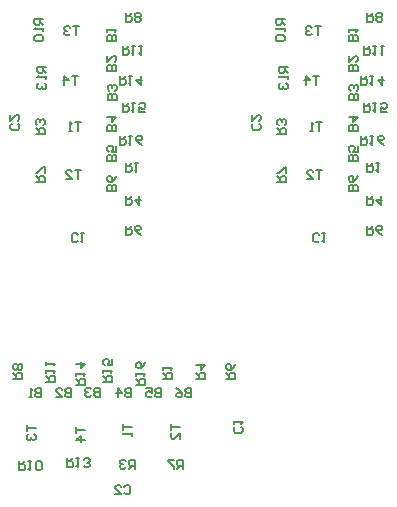
<source format=gbo>
%FSLAX24Y24*%
%MOIN*%
G70*
G01*
G75*
G04 Layer_Color=32896*
%ADD10R,0.0748X0.0591*%
%ADD11R,0.0551X0.0591*%
%ADD12R,0.1000X0.0260*%
%ADD13C,0.0120*%
%ADD14C,0.0250*%
%ADD15C,0.0200*%
%ADD16R,0.0591X0.0748*%
%ADD17R,0.0591X0.0551*%
%ADD18R,0.0260X0.1000*%
%ADD19R,0.0591X0.0591*%
%ADD20C,0.0394*%
%ADD21R,0.0394X0.0394*%
%ADD22C,0.0591*%
%ADD23R,0.0591X0.0591*%
%ADD24C,0.0500*%
%ADD25R,0.0394X0.0394*%
%ADD26R,0.0315X0.0512*%
%ADD27R,0.0320X0.0500*%
%ADD28R,0.0591X0.0630*%
%ADD29R,0.0630X0.0591*%
%ADD30R,0.0512X0.0315*%
%ADD31R,0.0500X0.0320*%
%ADD32R,0.0630X0.0591*%
%ADD33C,0.0079*%
%ADD34C,0.0050*%
%ADD35R,0.0828X0.0671*%
%ADD36R,0.0631X0.0671*%
%ADD37R,0.1080X0.0340*%
%ADD38R,0.0671X0.0828*%
%ADD39R,0.0671X0.0631*%
%ADD40R,0.0340X0.1080*%
%ADD41R,0.0671X0.0671*%
%ADD42C,0.0474*%
%ADD43R,0.0474X0.0474*%
%ADD44C,0.0671*%
%ADD45R,0.0671X0.0671*%
%ADD46C,0.0580*%
%ADD47R,0.0474X0.0474*%
%ADD48R,0.0472X0.0669*%
%ADD49R,0.0400X0.0580*%
%ADD50R,0.0671X0.0710*%
%ADD51R,0.0710X0.0671*%
%ADD52R,0.0669X0.0472*%
%ADD53R,0.0580X0.0400*%
%ADD54R,0.0710X0.0671*%
D34*
X37385Y28535D02*
Y28235D01*
X37235D01*
X37185Y28285D01*
Y28335D01*
X37235Y28385D01*
X37385D01*
X37235D01*
X37185Y28435D01*
Y28485D01*
X37235Y28535D01*
X37385D01*
X36885D02*
X36985Y28485D01*
X37085Y28385D01*
Y28285D01*
X37035Y28235D01*
X36935D01*
X36885Y28285D01*
Y28335D01*
X36935Y28385D01*
X37085D01*
X36385Y28535D02*
Y28235D01*
X36235D01*
X36185Y28285D01*
Y28335D01*
X36235Y28385D01*
X36385D01*
X36235D01*
X36185Y28435D01*
Y28485D01*
X36235Y28535D01*
X36385D01*
X35885D02*
X36085D01*
Y28385D01*
X35985Y28435D01*
X35935D01*
X35885Y28385D01*
Y28285D01*
X35935Y28235D01*
X36035D01*
X36085Y28285D01*
X35385Y28535D02*
Y28235D01*
X35235D01*
X35185Y28285D01*
Y28335D01*
X35235Y28385D01*
X35385D01*
X35235D01*
X35185Y28435D01*
Y28485D01*
X35235Y28535D01*
X35385D01*
X34935Y28235D02*
Y28535D01*
X35085Y28385D01*
X34885D01*
X34350Y28550D02*
Y28250D01*
X34200D01*
X34150Y28300D01*
Y28350D01*
X34200Y28400D01*
X34350D01*
X34200D01*
X34150Y28450D01*
Y28500D01*
X34200Y28550D01*
X34350D01*
X34050Y28500D02*
X34000Y28550D01*
X33900D01*
X33850Y28500D01*
Y28450D01*
X33900Y28400D01*
X33950D01*
X33900D01*
X33850Y28350D01*
Y28300D01*
X33900Y28250D01*
X34000D01*
X34050Y28300D01*
X33385Y28535D02*
Y28235D01*
X33235D01*
X33185Y28285D01*
Y28335D01*
X33235Y28385D01*
X33385D01*
X33235D01*
X33185Y28435D01*
Y28485D01*
X33235Y28535D01*
X33385D01*
X32885Y28235D02*
X33085D01*
X32885Y28435D01*
Y28485D01*
X32935Y28535D01*
X33035D01*
X33085Y28485D01*
X32385Y28535D02*
Y28235D01*
X32235D01*
X32185Y28285D01*
Y28335D01*
X32235Y28385D01*
X32385D01*
X32235D01*
X32185Y28435D01*
Y28485D01*
X32235Y28535D01*
X32385D01*
X32085Y28235D02*
X31985D01*
X32035D01*
Y28535D01*
X32085Y28485D01*
X33550Y27250D02*
Y27050D01*
Y27150D01*
X33850D01*
Y26800D02*
X33550D01*
X33700Y26950D01*
Y26750D01*
X31900Y27300D02*
Y27100D01*
Y27200D01*
X32200D01*
X31950Y27000D02*
X31900Y26950D01*
Y26850D01*
X31950Y26800D01*
X32000D01*
X32050Y26850D01*
Y26900D01*
Y26850D01*
X32100Y26800D01*
X32150D01*
X32200Y26850D01*
Y26950D01*
X32150Y27000D01*
X36700Y27350D02*
Y27150D01*
Y27250D01*
X37000D01*
Y26850D02*
Y27050D01*
X36800Y26850D01*
X36750D01*
X36700Y26900D01*
Y27000D01*
X36750Y27050D01*
X35100Y27350D02*
Y27150D01*
Y27250D01*
X35400D01*
Y27050D02*
Y26950D01*
Y27000D01*
X35100D01*
X35150Y27050D01*
X35550Y28650D02*
X35850D01*
Y28800D01*
X35800Y28850D01*
X35700D01*
X35650Y28800D01*
Y28650D01*
Y28750D02*
X35550Y28850D01*
Y28950D02*
Y29050D01*
Y29000D01*
X35850D01*
X35800Y28950D01*
X35850Y29400D02*
X35800Y29300D01*
X35700Y29200D01*
X35600D01*
X35550Y29250D01*
Y29350D01*
X35600Y29400D01*
X35650D01*
X35700Y29350D01*
Y29200D01*
X34450Y28750D02*
X34750D01*
Y28900D01*
X34700Y28950D01*
X34600D01*
X34550Y28900D01*
Y28750D01*
Y28850D02*
X34450Y28950D01*
Y29050D02*
Y29150D01*
Y29100D01*
X34750D01*
X34700Y29050D01*
X34750Y29500D02*
Y29300D01*
X34600D01*
X34650Y29400D01*
Y29450D01*
X34600Y29500D01*
X34500D01*
X34450Y29450D01*
Y29350D01*
X34500Y29300D01*
X33550Y28650D02*
X33850D01*
Y28800D01*
X33800Y28850D01*
X33700D01*
X33650Y28800D01*
Y28650D01*
Y28750D02*
X33550Y28850D01*
Y28950D02*
Y29050D01*
Y29000D01*
X33850D01*
X33800Y28950D01*
X33550Y29350D02*
X33850D01*
X33700Y29200D01*
Y29400D01*
X33250Y26200D02*
Y25900D01*
X33400D01*
X33450Y25950D01*
Y26050D01*
X33400Y26100D01*
X33250D01*
X33350D02*
X33450Y26200D01*
X33550D02*
X33650D01*
X33600D01*
Y25900D01*
X33550Y25950D01*
X33800D02*
X33850Y25900D01*
X33950D01*
X34000Y25950D01*
Y26000D01*
X33950Y26050D01*
X33900D01*
X33950D01*
X34000Y26100D01*
Y26150D01*
X33950Y26200D01*
X33850D01*
X33800Y26150D01*
X32550Y28750D02*
X32850D01*
Y28900D01*
X32800Y28950D01*
X32700D01*
X32650Y28900D01*
Y28750D01*
Y28850D02*
X32550Y28950D01*
Y29050D02*
Y29150D01*
Y29100D01*
X32850D01*
X32800Y29050D01*
X32550Y29300D02*
Y29400D01*
Y29350D01*
X32850D01*
X32800Y29300D01*
X31650Y26100D02*
Y25800D01*
X31800D01*
X31850Y25850D01*
Y25950D01*
X31800Y26000D01*
X31650D01*
X31750D02*
X31850Y26100D01*
X31950D02*
X32050D01*
X32000D01*
Y25800D01*
X31950Y25850D01*
X32200D02*
X32250Y25800D01*
X32350D01*
X32400Y25850D01*
Y26050D01*
X32350Y26100D01*
X32250D01*
X32200Y26050D01*
Y25850D01*
X31450Y28850D02*
X31750D01*
Y29000D01*
X31700Y29050D01*
X31600D01*
X31550Y29000D01*
Y28850D01*
Y28950D02*
X31450Y29050D01*
X31700Y29150D02*
X31750Y29200D01*
Y29300D01*
X31700Y29350D01*
X31650D01*
X31600Y29300D01*
X31550Y29350D01*
X31500D01*
X31450Y29300D01*
Y29200D01*
X31500Y29150D01*
X31550D01*
X31600Y29200D01*
X31650Y29150D01*
X31700D01*
X31600Y29200D02*
Y29300D01*
X37100Y25850D02*
Y26150D01*
X36950D01*
X36900Y26100D01*
Y26000D01*
X36950Y25950D01*
X37100D01*
X37000D02*
X36900Y25850D01*
X36800Y26150D02*
X36600D01*
Y26100D01*
X36800Y25900D01*
Y25850D01*
X38550Y28850D02*
X38850D01*
Y29000D01*
X38800Y29050D01*
X38700D01*
X38650Y29000D01*
Y28850D01*
Y28950D02*
X38550Y29050D01*
X38850Y29350D02*
X38800Y29250D01*
X38700Y29150D01*
X38600D01*
X38550Y29200D01*
Y29300D01*
X38600Y29350D01*
X38650D01*
X38700Y29300D01*
Y29150D01*
X37550Y28850D02*
X37850D01*
Y29000D01*
X37800Y29050D01*
X37700D01*
X37650Y29000D01*
Y28850D01*
Y28950D02*
X37550Y29050D01*
Y29300D02*
X37850D01*
X37700Y29150D01*
Y29350D01*
X35500Y25850D02*
Y26150D01*
X35350D01*
X35300Y26100D01*
Y26000D01*
X35350Y25950D01*
X35500D01*
X35400D02*
X35300Y25850D01*
X35200Y26100D02*
X35150Y26150D01*
X35050D01*
X35000Y26100D01*
Y26050D01*
X35050Y26000D01*
X35100D01*
X35050D01*
X35000Y25950D01*
Y25900D01*
X35050Y25850D01*
X35150D01*
X35200Y25900D01*
X36450Y28850D02*
X36750D01*
Y29000D01*
X36700Y29050D01*
X36600D01*
X36550Y29000D01*
Y28850D01*
Y28950D02*
X36450Y29050D01*
Y29150D02*
Y29250D01*
Y29200D01*
X36750D01*
X36700Y29150D01*
X35150Y25250D02*
X35200Y25300D01*
X35300D01*
X35350Y25250D01*
Y25050D01*
X35300Y25000D01*
X35200D01*
X35150Y25050D01*
X34850Y25000D02*
X35050D01*
X34850Y25200D01*
Y25250D01*
X34900Y25300D01*
X35000D01*
X35050Y25250D01*
X39050Y27250D02*
X39100Y27200D01*
Y27100D01*
X39050Y27050D01*
X38850D01*
X38800Y27100D01*
Y27200D01*
X38850Y27250D01*
X38800Y27350D02*
Y27450D01*
Y27400D01*
X39100D01*
X39050Y27350D01*
X42935Y35115D02*
X42635D01*
Y35265D01*
X42685Y35315D01*
X42735D01*
X42785Y35265D01*
Y35115D01*
Y35265D01*
X42835Y35315D01*
X42885D01*
X42935Y35265D01*
Y35115D01*
Y35615D02*
X42885Y35515D01*
X42785Y35415D01*
X42685D01*
X42635Y35465D01*
Y35565D01*
X42685Y35615D01*
X42735D01*
X42785Y35565D01*
Y35415D01*
X42935Y36115D02*
X42635D01*
Y36265D01*
X42685Y36315D01*
X42735D01*
X42785Y36265D01*
Y36115D01*
Y36265D01*
X42835Y36315D01*
X42885D01*
X42935Y36265D01*
Y36115D01*
Y36615D02*
Y36415D01*
X42785D01*
X42835Y36515D01*
Y36565D01*
X42785Y36615D01*
X42685D01*
X42635Y36565D01*
Y36465D01*
X42685Y36415D01*
X42935Y37115D02*
X42635D01*
Y37265D01*
X42685Y37315D01*
X42735D01*
X42785Y37265D01*
Y37115D01*
Y37265D01*
X42835Y37315D01*
X42885D01*
X42935Y37265D01*
Y37115D01*
X42635Y37565D02*
X42935D01*
X42785Y37415D01*
Y37615D01*
X42950Y38150D02*
X42650D01*
Y38300D01*
X42700Y38350D01*
X42750D01*
X42800Y38300D01*
Y38150D01*
Y38300D01*
X42850Y38350D01*
X42900D01*
X42950Y38300D01*
Y38150D01*
X42900Y38450D02*
X42950Y38500D01*
Y38600D01*
X42900Y38650D01*
X42850D01*
X42800Y38600D01*
Y38550D01*
Y38600D01*
X42750Y38650D01*
X42700D01*
X42650Y38600D01*
Y38500D01*
X42700Y38450D01*
X42935Y39115D02*
X42635D01*
Y39265D01*
X42685Y39315D01*
X42735D01*
X42785Y39265D01*
Y39115D01*
Y39265D01*
X42835Y39315D01*
X42885D01*
X42935Y39265D01*
Y39115D01*
X42635Y39615D02*
Y39415D01*
X42835Y39615D01*
X42885D01*
X42935Y39565D01*
Y39465D01*
X42885Y39415D01*
X42935Y40115D02*
X42635D01*
Y40265D01*
X42685Y40315D01*
X42735D01*
X42785Y40265D01*
Y40115D01*
Y40265D01*
X42835Y40315D01*
X42885D01*
X42935Y40265D01*
Y40115D01*
X42635Y40415D02*
Y40515D01*
Y40465D01*
X42935D01*
X42885Y40415D01*
X41650Y38950D02*
X41450D01*
X41550D01*
Y38650D01*
X41200D02*
Y38950D01*
X41350Y38800D01*
X41150D01*
X41700Y40600D02*
X41500D01*
X41600D01*
Y40300D01*
X41400Y40550D02*
X41350Y40600D01*
X41250D01*
X41200Y40550D01*
Y40500D01*
X41250Y40450D01*
X41300D01*
X41250D01*
X41200Y40400D01*
Y40350D01*
X41250Y40300D01*
X41350D01*
X41400Y40350D01*
X41750Y35800D02*
X41550D01*
X41650D01*
Y35500D01*
X41250D02*
X41450D01*
X41250Y35700D01*
Y35750D01*
X41300Y35800D01*
X41400D01*
X41450Y35750D01*
X41750Y37400D02*
X41550D01*
X41650D01*
Y37100D01*
X41450D02*
X41350D01*
X41400D01*
Y37400D01*
X41450Y37350D01*
X43050Y36950D02*
Y36650D01*
X43200D01*
X43250Y36700D01*
Y36800D01*
X43200Y36850D01*
X43050D01*
X43150D02*
X43250Y36950D01*
X43350D02*
X43450D01*
X43400D01*
Y36650D01*
X43350Y36700D01*
X43800Y36650D02*
X43700Y36700D01*
X43600Y36800D01*
Y36900D01*
X43650Y36950D01*
X43750D01*
X43800Y36900D01*
Y36850D01*
X43750Y36800D01*
X43600D01*
X43150Y38050D02*
Y37750D01*
X43300D01*
X43350Y37800D01*
Y37900D01*
X43300Y37950D01*
X43150D01*
X43250D02*
X43350Y38050D01*
X43450D02*
X43550D01*
X43500D01*
Y37750D01*
X43450Y37800D01*
X43900Y37750D02*
X43700D01*
Y37900D01*
X43800Y37850D01*
X43850D01*
X43900Y37900D01*
Y38000D01*
X43850Y38050D01*
X43750D01*
X43700Y38000D01*
X43050Y38950D02*
Y38650D01*
X43200D01*
X43250Y38700D01*
Y38800D01*
X43200Y38850D01*
X43050D01*
X43150D02*
X43250Y38950D01*
X43350D02*
X43450D01*
X43400D01*
Y38650D01*
X43350Y38700D01*
X43750Y38950D02*
Y38650D01*
X43600Y38800D01*
X43800D01*
X40600Y39250D02*
X40300D01*
Y39100D01*
X40350Y39050D01*
X40450D01*
X40500Y39100D01*
Y39250D01*
Y39150D02*
X40600Y39050D01*
Y38950D02*
Y38850D01*
Y38900D01*
X40300D01*
X40350Y38950D01*
Y38700D02*
X40300Y38650D01*
Y38550D01*
X40350Y38500D01*
X40400D01*
X40450Y38550D01*
Y38600D01*
Y38550D01*
X40500Y38500D01*
X40550D01*
X40600Y38550D01*
Y38650D01*
X40550Y38700D01*
X43150Y39950D02*
Y39650D01*
X43300D01*
X43350Y39700D01*
Y39800D01*
X43300Y39850D01*
X43150D01*
X43250D02*
X43350Y39950D01*
X43450D02*
X43550D01*
X43500D01*
Y39650D01*
X43450Y39700D01*
X43700Y39950D02*
X43800D01*
X43750D01*
Y39650D01*
X43700Y39700D01*
X40500Y40850D02*
X40200D01*
Y40700D01*
X40250Y40650D01*
X40350D01*
X40400Y40700D01*
Y40850D01*
Y40750D02*
X40500Y40650D01*
Y40550D02*
Y40450D01*
Y40500D01*
X40200D01*
X40250Y40550D01*
Y40300D02*
X40200Y40250D01*
Y40150D01*
X40250Y40100D01*
X40450D01*
X40500Y40150D01*
Y40250D01*
X40450Y40300D01*
X40250D01*
X43250Y41050D02*
Y40750D01*
X43400D01*
X43450Y40800D01*
Y40900D01*
X43400Y40950D01*
X43250D01*
X43350D02*
X43450Y41050D01*
X43550Y40800D02*
X43600Y40750D01*
X43700D01*
X43750Y40800D01*
Y40850D01*
X43700Y40900D01*
X43750Y40950D01*
Y41000D01*
X43700Y41050D01*
X43600D01*
X43550Y41000D01*
Y40950D01*
X43600Y40900D01*
X43550Y40850D01*
Y40800D01*
X43600Y40900D02*
X43700D01*
X40250Y35400D02*
X40550D01*
Y35550D01*
X40500Y35600D01*
X40400D01*
X40350Y35550D01*
Y35400D01*
Y35500D02*
X40250Y35600D01*
X40550Y35700D02*
Y35900D01*
X40500D01*
X40300Y35700D01*
X40250D01*
X43250Y33950D02*
Y33650D01*
X43400D01*
X43450Y33700D01*
Y33800D01*
X43400Y33850D01*
X43250D01*
X43350D02*
X43450Y33950D01*
X43750Y33650D02*
X43650Y33700D01*
X43550Y33800D01*
Y33900D01*
X43600Y33950D01*
X43700D01*
X43750Y33900D01*
Y33850D01*
X43700Y33800D01*
X43550D01*
X43250Y34950D02*
Y34650D01*
X43400D01*
X43450Y34700D01*
Y34800D01*
X43400Y34850D01*
X43250D01*
X43350D02*
X43450Y34950D01*
X43700D02*
Y34650D01*
X43550Y34800D01*
X43750D01*
X40250Y37000D02*
X40550D01*
Y37150D01*
X40500Y37200D01*
X40400D01*
X40350Y37150D01*
Y37000D01*
Y37100D02*
X40250Y37200D01*
X40500Y37300D02*
X40550Y37350D01*
Y37450D01*
X40500Y37500D01*
X40450D01*
X40400Y37450D01*
Y37400D01*
Y37450D01*
X40350Y37500D01*
X40300D01*
X40250Y37450D01*
Y37350D01*
X40300Y37300D01*
X43250Y36050D02*
Y35750D01*
X43400D01*
X43450Y35800D01*
Y35900D01*
X43400Y35950D01*
X43250D01*
X43350D02*
X43450Y36050D01*
X43550D02*
X43650D01*
X43600D01*
Y35750D01*
X43550Y35800D01*
X39650Y37350D02*
X39700Y37300D01*
Y37200D01*
X39650Y37150D01*
X39450D01*
X39400Y37200D01*
Y37300D01*
X39450Y37350D01*
X39400Y37650D02*
Y37450D01*
X39600Y37650D01*
X39650D01*
X39700Y37600D01*
Y37500D01*
X39650Y37450D01*
X41650Y33450D02*
X41600Y33400D01*
X41500D01*
X41450Y33450D01*
Y33650D01*
X41500Y33700D01*
X41600D01*
X41650Y33650D01*
X41750Y33700D02*
X41850D01*
X41800D01*
Y33400D01*
X41750Y33450D01*
X34885Y35115D02*
X34585D01*
Y35265D01*
X34635Y35315D01*
X34685D01*
X34735Y35265D01*
Y35115D01*
Y35265D01*
X34785Y35315D01*
X34835D01*
X34885Y35265D01*
Y35115D01*
Y35615D02*
X34835Y35515D01*
X34735Y35415D01*
X34635D01*
X34585Y35465D01*
Y35565D01*
X34635Y35615D01*
X34685D01*
X34735Y35565D01*
Y35415D01*
X34885Y36115D02*
X34585D01*
Y36265D01*
X34635Y36315D01*
X34685D01*
X34735Y36265D01*
Y36115D01*
Y36265D01*
X34785Y36315D01*
X34835D01*
X34885Y36265D01*
Y36115D01*
Y36615D02*
Y36415D01*
X34735D01*
X34785Y36515D01*
Y36565D01*
X34735Y36615D01*
X34635D01*
X34585Y36565D01*
Y36465D01*
X34635Y36415D01*
X34885Y37115D02*
X34585D01*
Y37265D01*
X34635Y37315D01*
X34685D01*
X34735Y37265D01*
Y37115D01*
Y37265D01*
X34785Y37315D01*
X34835D01*
X34885Y37265D01*
Y37115D01*
X34585Y37565D02*
X34885D01*
X34735Y37415D01*
Y37615D01*
X34900Y38150D02*
X34600D01*
Y38300D01*
X34650Y38350D01*
X34700D01*
X34750Y38300D01*
Y38150D01*
Y38300D01*
X34800Y38350D01*
X34850D01*
X34900Y38300D01*
Y38150D01*
X34850Y38450D02*
X34900Y38500D01*
Y38600D01*
X34850Y38650D01*
X34800D01*
X34750Y38600D01*
Y38550D01*
Y38600D01*
X34700Y38650D01*
X34650D01*
X34600Y38600D01*
Y38500D01*
X34650Y38450D01*
X34885Y39115D02*
X34585D01*
Y39265D01*
X34635Y39315D01*
X34685D01*
X34735Y39265D01*
Y39115D01*
Y39265D01*
X34785Y39315D01*
X34835D01*
X34885Y39265D01*
Y39115D01*
X34585Y39615D02*
Y39415D01*
X34785Y39615D01*
X34835D01*
X34885Y39565D01*
Y39465D01*
X34835Y39415D01*
X34885Y40115D02*
X34585D01*
Y40265D01*
X34635Y40315D01*
X34685D01*
X34735Y40265D01*
Y40115D01*
Y40265D01*
X34785Y40315D01*
X34835D01*
X34885Y40265D01*
Y40115D01*
X34585Y40415D02*
Y40515D01*
Y40465D01*
X34885D01*
X34835Y40415D01*
X33600Y38950D02*
X33400D01*
X33500D01*
Y38650D01*
X33150D02*
Y38950D01*
X33300Y38800D01*
X33100D01*
X33650Y40600D02*
X33450D01*
X33550D01*
Y40300D01*
X33350Y40550D02*
X33300Y40600D01*
X33200D01*
X33150Y40550D01*
Y40500D01*
X33200Y40450D01*
X33250D01*
X33200D01*
X33150Y40400D01*
Y40350D01*
X33200Y40300D01*
X33300D01*
X33350Y40350D01*
X33700Y35800D02*
X33500D01*
X33600D01*
Y35500D01*
X33200D02*
X33400D01*
X33200Y35700D01*
Y35750D01*
X33250Y35800D01*
X33350D01*
X33400Y35750D01*
X33700Y37400D02*
X33500D01*
X33600D01*
Y37100D01*
X33400D02*
X33300D01*
X33350D01*
Y37400D01*
X33400Y37350D01*
X35000Y36950D02*
Y36650D01*
X35150D01*
X35200Y36700D01*
Y36800D01*
X35150Y36850D01*
X35000D01*
X35100D02*
X35200Y36950D01*
X35300D02*
X35400D01*
X35350D01*
Y36650D01*
X35300Y36700D01*
X35750Y36650D02*
X35650Y36700D01*
X35550Y36800D01*
Y36900D01*
X35600Y36950D01*
X35700D01*
X35750Y36900D01*
Y36850D01*
X35700Y36800D01*
X35550D01*
X35100Y38050D02*
Y37750D01*
X35250D01*
X35300Y37800D01*
Y37900D01*
X35250Y37950D01*
X35100D01*
X35200D02*
X35300Y38050D01*
X35400D02*
X35500D01*
X35450D01*
Y37750D01*
X35400Y37800D01*
X35850Y37750D02*
X35650D01*
Y37900D01*
X35750Y37850D01*
X35800D01*
X35850Y37900D01*
Y38000D01*
X35800Y38050D01*
X35700D01*
X35650Y38000D01*
X35000Y38950D02*
Y38650D01*
X35150D01*
X35200Y38700D01*
Y38800D01*
X35150Y38850D01*
X35000D01*
X35100D02*
X35200Y38950D01*
X35300D02*
X35400D01*
X35350D01*
Y38650D01*
X35300Y38700D01*
X35700Y38950D02*
Y38650D01*
X35550Y38800D01*
X35750D01*
X32550Y39250D02*
X32250D01*
Y39100D01*
X32300Y39050D01*
X32400D01*
X32450Y39100D01*
Y39250D01*
Y39150D02*
X32550Y39050D01*
Y38950D02*
Y38850D01*
Y38900D01*
X32250D01*
X32300Y38950D01*
Y38700D02*
X32250Y38650D01*
Y38550D01*
X32300Y38500D01*
X32350D01*
X32400Y38550D01*
Y38600D01*
Y38550D01*
X32450Y38500D01*
X32500D01*
X32550Y38550D01*
Y38650D01*
X32500Y38700D01*
X35100Y39950D02*
Y39650D01*
X35250D01*
X35300Y39700D01*
Y39800D01*
X35250Y39850D01*
X35100D01*
X35200D02*
X35300Y39950D01*
X35400D02*
X35500D01*
X35450D01*
Y39650D01*
X35400Y39700D01*
X35650Y39950D02*
X35750D01*
X35700D01*
Y39650D01*
X35650Y39700D01*
X32450Y40850D02*
X32150D01*
Y40700D01*
X32200Y40650D01*
X32300D01*
X32350Y40700D01*
Y40850D01*
Y40750D02*
X32450Y40650D01*
Y40550D02*
Y40450D01*
Y40500D01*
X32150D01*
X32200Y40550D01*
Y40300D02*
X32150Y40250D01*
Y40150D01*
X32200Y40100D01*
X32400D01*
X32450Y40150D01*
Y40250D01*
X32400Y40300D01*
X32200D01*
X35200Y41050D02*
Y40750D01*
X35350D01*
X35400Y40800D01*
Y40900D01*
X35350Y40950D01*
X35200D01*
X35300D02*
X35400Y41050D01*
X35500Y40800D02*
X35550Y40750D01*
X35650D01*
X35700Y40800D01*
Y40850D01*
X35650Y40900D01*
X35700Y40950D01*
Y41000D01*
X35650Y41050D01*
X35550D01*
X35500Y41000D01*
Y40950D01*
X35550Y40900D01*
X35500Y40850D01*
Y40800D01*
X35550Y40900D02*
X35650D01*
X32200Y35400D02*
X32500D01*
Y35550D01*
X32450Y35600D01*
X32350D01*
X32300Y35550D01*
Y35400D01*
Y35500D02*
X32200Y35600D01*
X32500Y35700D02*
Y35900D01*
X32450D01*
X32250Y35700D01*
X32200D01*
X35200Y33950D02*
Y33650D01*
X35350D01*
X35400Y33700D01*
Y33800D01*
X35350Y33850D01*
X35200D01*
X35300D02*
X35400Y33950D01*
X35700Y33650D02*
X35600Y33700D01*
X35500Y33800D01*
Y33900D01*
X35550Y33950D01*
X35650D01*
X35700Y33900D01*
Y33850D01*
X35650Y33800D01*
X35500D01*
X35200Y34950D02*
Y34650D01*
X35350D01*
X35400Y34700D01*
Y34800D01*
X35350Y34850D01*
X35200D01*
X35300D02*
X35400Y34950D01*
X35650D02*
Y34650D01*
X35500Y34800D01*
X35700D01*
X32200Y37000D02*
X32500D01*
Y37150D01*
X32450Y37200D01*
X32350D01*
X32300Y37150D01*
Y37000D01*
Y37100D02*
X32200Y37200D01*
X32450Y37300D02*
X32500Y37350D01*
Y37450D01*
X32450Y37500D01*
X32400D01*
X32350Y37450D01*
Y37400D01*
Y37450D01*
X32300Y37500D01*
X32250D01*
X32200Y37450D01*
Y37350D01*
X32250Y37300D01*
X35200Y36050D02*
Y35750D01*
X35350D01*
X35400Y35800D01*
Y35900D01*
X35350Y35950D01*
X35200D01*
X35300D02*
X35400Y36050D01*
X35500D02*
X35600D01*
X35550D01*
Y35750D01*
X35500Y35800D01*
X31600Y37350D02*
X31650Y37300D01*
Y37200D01*
X31600Y37150D01*
X31400D01*
X31350Y37200D01*
Y37300D01*
X31400Y37350D01*
X31350Y37650D02*
Y37450D01*
X31550Y37650D01*
X31600D01*
X31650Y37600D01*
Y37500D01*
X31600Y37450D01*
X33600Y33450D02*
X33550Y33400D01*
X33450D01*
X33400Y33450D01*
Y33650D01*
X33450Y33700D01*
X33550D01*
X33600Y33650D01*
X33700Y33700D02*
X33800D01*
X33750D01*
Y33400D01*
X33700Y33450D01*
M02*

</source>
